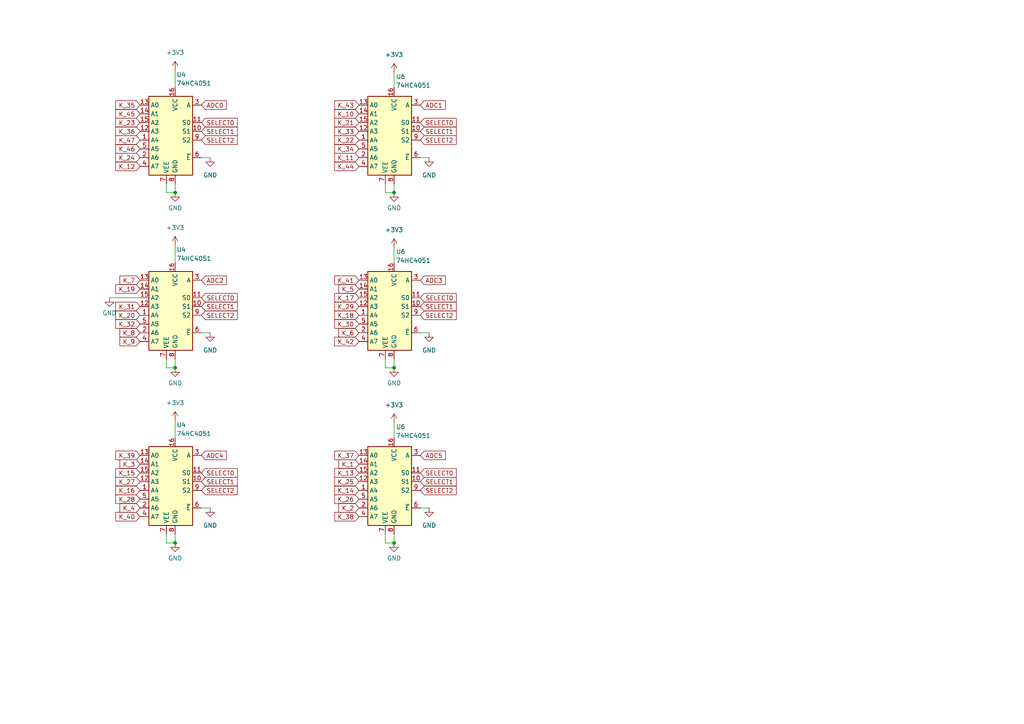
<source format=kicad_sch>
(kicad_sch (version 20230121) (generator eeschema)
  (paper "A4")
  (lib_symbols
    (symbol "74xx:74HC4051"
      (property "Reference" "U" (at -5.08 11.43 0))
      (property "Value" "74HC4051" (at -7.62 -13.97 0))
      (symbol "74HC4051_0_1"
        (rectangle (start -5.08 10.16) (end 7.62 -12.7) (stroke (width 0.254)) (fill (type background)))
      )
      (symbol "74HC4051_1_1"
        (pin passive line (at 10.16 -2.54 180) (length 2.54) (name "A4") (number "1"))
        (pin input line (at -7.62 0 0) (length 2.54) (name "S1") (number "10"))
        (pin input line (at -7.62 2.54 0) (length 2.54) (name "S0") (number "11"))
        (pin passive line (at 10.16 0 180) (length 2.54) (name "A3") (number "12"))
        (pin passive line (at 10.16 7.62 180) (length 2.54) (name "A0") (number "13"))
        (pin passive line (at 10.16 5.08 180) (length 2.54) (name "A1") (number "14"))
        (pin passive line (at 10.16 2.54 180) (length 2.54) (name "A2") (number "15"))
        (pin power_in line (at 0 12.7 270) (length 2.54) (name "VCC") (number "16"))
        (pin passive line (at 10.16 -7.62 180) (length 2.54) (name "A6") (number "2"))
        (pin passive line (at -7.62 7.62 0) (length 2.54) (name "A") (number "3"))
        (pin passive line (at 10.16 -10.16 180) (length 2.54) (name "A7") (number "4"))
        (pin passive line (at 10.16 -5.08 180) (length 2.54) (name "A5") (number "5"))
        (pin input line (at -7.62 -7.62 0) (length 2.54) (name "~{E}") (number "6"))
        (pin power_in line (at 2.54 -15.24 90) (length 2.54) (name "VEE") (number "7"))
        (pin power_in line (at 0 -15.24 90) (length 2.54) (name "GND") (number "8"))
        (pin input line (at -7.62 -2.54 0) (length 2.54) (name "S2") (number "9"))
      )
    )
    (symbol "power:+3V3" (power) (pin_names (offset 0))
      (property "Value" "+3V3" (at 0 3.556 0))
      (symbol "+3V3_0_1"
        (polyline (pts (xy -0.762 1.27) (xy 0 2.54)))
        (polyline (pts (xy 0 0) (xy 0 2.54)))
        (polyline (pts (xy 0 2.54) (xy 0.762 1.27)))
      )
      (symbol "+3V3_1_1"
        (pin power_in line (at 0 0 90) (length 0) hide (name "+3V3") (number "1"))
      )
    )
    (symbol "power:GND" (power) (pin_names (offset 0))
      (property "Value" "GND" (at 0 -3.81 0))
      (symbol "GND_0_1"
        (polyline (pts (xy 0 0) (xy 0 -1.27) (xy 1.27 -1.27) (xy 0 -2.54) (xy -1.27 -1.27) (xy 0 -1.27)))
      )
      (symbol "GND_1_1"
        (pin power_in line (at 0 0 270) (length 0) hide (name "GND") (number "1"))
      )
    )
  )
  (junction (at 114.3 55.88))
  (junction (at 50.8 55.88))
  (junction (at 114.3 157.48))
  (junction (at 50.8 106.68))
  (junction (at 50.8 157.48))
  (junction (at 114.3 106.68))
  (wire (pts (xy 50.8 53.34) (xy 50.8 55.88)))
  (wire (pts (xy 48.26 53.34) (xy 48.26 55.88)))
  (wire (pts (xy 60.96 147.32) (xy 58.42 147.32)))
  (wire (pts (xy 111.76 53.34) (xy 111.76 55.88)))
  (wire (pts (xy 60.96 45.72) (xy 58.42 45.72)))
  (wire (pts (xy 31.75 86.36) (xy 40.64 86.36)))
  (wire (pts (xy 48.26 157.48) (xy 50.8 157.48)))
  (wire (pts (xy 50.8 104.14) (xy 50.8 106.68)))
  (wire (pts (xy 111.76 106.68) (xy 114.3 106.68)))
  (wire (pts (xy 114.3 122.555) (xy 114.3 127)))
  (wire (pts (xy 48.26 154.94) (xy 48.26 157.48)))
  (wire (pts (xy 114.3 53.34) (xy 114.3 55.88)))
  (wire (pts (xy 114.3 71.755) (xy 114.3 76.2)))
  (wire (pts (xy 124.46 96.52) (xy 121.92 96.52)))
  (wire (pts (xy 111.76 157.48) (xy 114.3 157.48)))
  (wire (pts (xy 114.3 20.955) (xy 114.3 25.4)))
  (wire (pts (xy 48.26 106.68) (xy 50.8 106.68)))
  (wire (pts (xy 111.76 55.88) (xy 114.3 55.88)))
  (wire (pts (xy 111.76 154.94) (xy 111.76 157.48)))
  (wire (pts (xy 50.8 71.12) (xy 50.8 76.2)))
  (wire (pts (xy 48.26 104.14) (xy 48.26 106.68)))
  (wire (pts (xy 48.26 55.88) (xy 50.8 55.88)))
  (wire (pts (xy 50.8 20.32) (xy 50.8 25.4)))
  (wire (pts (xy 50.8 121.92) (xy 50.8 127)))
  (wire (pts (xy 124.46 45.72) (xy 121.92 45.72)))
  (wire (pts (xy 114.3 104.14) (xy 114.3 106.68)))
  (wire (pts (xy 111.76 104.14) (xy 111.76 106.68)))
  (wire (pts (xy 114.3 154.94) (xy 114.3 157.48)))
  (wire (pts (xy 50.8 154.94) (xy 50.8 157.48)))
  (wire (pts (xy 124.46 147.32) (xy 121.92 147.32)))
  (wire (pts (xy 60.96 96.52) (xy 58.42 96.52)))
  (global_label "SELECT0" (shape input) (at 121.92 86.36 0) (property "Intersheetrefs" "${INTERSHEET_REFS}" (effects hide)))
  (global_label "K_9" (shape input) (at 40.64 99.06 180) (property "Intersheetrefs" "${INTERSHEET_REFS}" (effects hide)))
  (global_label "K_29" (shape input) (at 104.14 88.9 180) (property "Intersheetrefs" "${INTERSHEET_REFS}" (effects hide)))
  (global_label "ADC4" (shape input) (at 58.42 132.08 0) (property "Intersheetrefs" "${INTERSHEET_REFS}" (effects hide)))
  (global_label "K_31" (shape input) (at 40.64 88.9 180) (property "Intersheetrefs" "${INTERSHEET_REFS}" (effects hide)))
  (global_label "ADC1" (shape input) (at 121.92 30.48 0) (property "Intersheetrefs" "${INTERSHEET_REFS}" (effects hide)))
  (global_label "K_44" (shape input) (at 104.14 48.26 180) (property "Intersheetrefs" "${INTERSHEET_REFS}" (effects hide)))
  (global_label "K_27" (shape input) (at 40.64 139.7 180) (property "Intersheetrefs" "${INTERSHEET_REFS}" (effects hide)))
  (global_label "K_4" (shape input) (at 40.64 147.32 180) (property "Intersheetrefs" "${INTERSHEET_REFS}" (effects hide)))
  (global_label "K_24" (shape input) (at 40.64 45.72 180) (property "Intersheetrefs" "${INTERSHEET_REFS}" (effects hide)))
  (global_label "K_21" (shape input) (at 104.14 35.56 180) (property "Intersheetrefs" "${INTERSHEET_REFS}" (effects hide)))
  (global_label "SELECT1" (shape input) (at 121.92 38.1 0) (property "Intersheetrefs" "${INTERSHEET_REFS}" (effects hide)))
  (global_label "K_41" (shape input) (at 104.14 81.28 180) (property "Intersheetrefs" "${INTERSHEET_REFS}" (effects hide)))
  (global_label "K_39" (shape input) (at 40.64 132.08 180) (property "Intersheetrefs" "${INTERSHEET_REFS}" (effects hide)))
  (global_label "K_25" (shape input) (at 104.14 139.7 180) (property "Intersheetrefs" "${INTERSHEET_REFS}" (effects hide)))
  (global_label "K_47" (shape input) (at 40.64 40.64 180) (property "Intersheetrefs" "${INTERSHEET_REFS}" (effects hide)))
  (global_label "K_23" (shape input) (at 40.64 35.56 180) (property "Intersheetrefs" "${INTERSHEET_REFS}" (effects hide)))
  (global_label "SELECT0" (shape input) (at 121.92 137.16 0) (property "Intersheetrefs" "${INTERSHEET_REFS}" (effects hide)))
  (global_label "K_22" (shape input) (at 104.14 40.64 180) (property "Intersheetrefs" "${INTERSHEET_REFS}" (effects hide)))
  (global_label "SELECT1" (shape input) (at 58.42 38.1 0) (property "Intersheetrefs" "${INTERSHEET_REFS}" (effects hide)))
  (global_label "K_2" (shape input) (at 104.14 147.32 180) (property "Intersheetrefs" "${INTERSHEET_REFS}" (effects hide)))
  (global_label "K_16" (shape input) (at 40.64 142.24 180) (property "Intersheetrefs" "${INTERSHEET_REFS}" (effects hide)))
  (global_label "K_26" (shape input) (at 104.14 144.78 180) (property "Intersheetrefs" "${INTERSHEET_REFS}" (effects hide)))
  (global_label "SELECT2" (shape input) (at 58.42 40.64 0) (property "Intersheetrefs" "${INTERSHEET_REFS}" (effects hide)))
  (global_label "K_43" (shape input) (at 104.14 30.48 180) (property "Intersheetrefs" "${INTERSHEET_REFS}" (effects hide)))
  (global_label "K_30" (shape input) (at 104.14 93.98 180) (property "Intersheetrefs" "${INTERSHEET_REFS}" (effects hide)))
  (global_label "K_45" (shape input) (at 40.64 33.02 180) (property "Intersheetrefs" "${INTERSHEET_REFS}" (effects hide)))
  (global_label "ADC0" (shape input) (at 58.42 30.48 0) (property "Intersheetrefs" "${INTERSHEET_REFS}" (effects hide)))
  (global_label "K_42" (shape input) (at 104.14 99.06 180) (property "Intersheetrefs" "${INTERSHEET_REFS}" (effects hide)))
  (global_label "K_36" (shape input) (at 40.64 38.1 180) (property "Intersheetrefs" "${INTERSHEET_REFS}" (effects hide)))
  (global_label "K_37" (shape input) (at 104.14 132.08 180) (property "Intersheetrefs" "${INTERSHEET_REFS}" (effects hide)))
  (global_label "SELECT2" (shape input) (at 121.92 40.64 0) (property "Intersheetrefs" "${INTERSHEET_REFS}" (effects hide)))
  (global_label "SELECT2" (shape input) (at 121.92 91.44 0) (property "Intersheetrefs" "${INTERSHEET_REFS}" (effects hide)))
  (global_label "K_40" (shape input) (at 40.64 149.86 180) (property "Intersheetrefs" "${INTERSHEET_REFS}" (effects hide)))
  (global_label "K_14" (shape input) (at 104.14 142.24 180) (property "Intersheetrefs" "${INTERSHEET_REFS}" (effects hide)))
  (global_label "K_3" (shape input) (at 40.64 134.62 180) (property "Intersheetrefs" "${INTERSHEET_REFS}" (effects hide)))
  (global_label "K_13" (shape input) (at 104.14 137.16 180) (property "Intersheetrefs" "${INTERSHEET_REFS}" (effects hide)))
  (global_label "K_12" (shape input) (at 40.64 48.26 180) (property "Intersheetrefs" "${INTERSHEET_REFS}" (effects hide)))
  (global_label "K_11" (shape input) (at 104.14 45.72 180) (property "Intersheetrefs" "${INTERSHEET_REFS}" (effects hide)))
  (global_label "ADC2" (shape input) (at 58.42 81.28 0) (property "Intersheetrefs" "${INTERSHEET_REFS}" (effects hide)))
  (global_label "K_32" (shape input) (at 40.64 93.98 180) (property "Intersheetrefs" "${INTERSHEET_REFS}" (effects hide)))
  (global_label "SELECT2" (shape input) (at 121.92 142.24 0) (property "Intersheetrefs" "${INTERSHEET_REFS}" (effects hide)))
  (global_label "K_15" (shape input) (at 40.64 137.16 180) (property "Intersheetrefs" "${INTERSHEET_REFS}" (effects hide)))
  (global_label "K_28" (shape input) (at 40.64 144.78 180) (property "Intersheetrefs" "${INTERSHEET_REFS}" (effects hide)))
  (global_label "SELECT1" (shape input) (at 121.92 88.9 0) (property "Intersheetrefs" "${INTERSHEET_REFS}" (effects hide)))
  (global_label "K_34" (shape input) (at 104.14 43.18 180) (property "Intersheetrefs" "${INTERSHEET_REFS}" (effects hide)))
  (global_label "SELECT0" (shape input) (at 58.42 86.36 0) (property "Intersheetrefs" "${INTERSHEET_REFS}" (effects hide)))
  (global_label "K_33" (shape input) (at 104.14 38.1 180) (property "Intersheetrefs" "${INTERSHEET_REFS}" (effects hide)))
  (global_label "K_19" (shape input) (at 40.64 83.82 180) (property "Intersheetrefs" "${INTERSHEET_REFS}" (effects hide)))
  (global_label "SELECT0" (shape input) (at 121.92 35.56 0) (property "Intersheetrefs" "${INTERSHEET_REFS}" (effects hide)))
  (global_label "K_20" (shape input) (at 40.64 91.44 180) (property "Intersheetrefs" "${INTERSHEET_REFS}" (effects hide)))
  (global_label "SELECT1" (shape input) (at 121.92 139.7 0) (property "Intersheetrefs" "${INTERSHEET_REFS}" (effects hide)))
  (global_label "SELECT0" (shape input) (at 58.42 137.16 0) (property "Intersheetrefs" "${INTERSHEET_REFS}" (effects hide)))
  (global_label "K_1" (shape input) (at 104.14 134.62 180) (property "Intersheetrefs" "${INTERSHEET_REFS}" (effects hide)))
  (global_label "SELECT1" (shape input) (at 58.42 88.9 0) (property "Intersheetrefs" "${INTERSHEET_REFS}" (effects hide)))
  (global_label "ADC5" (shape input) (at 121.92 132.08 0) (property "Intersheetrefs" "${INTERSHEET_REFS}" (effects hide)))
  (global_label "K_17" (shape input) (at 104.14 86.36 180) (property "Intersheetrefs" "${INTERSHEET_REFS}" (effects hide)))
  (global_label "K_46" (shape input) (at 40.64 43.18 180) (property "Intersheetrefs" "${INTERSHEET_REFS}" (effects hide)))
  (global_label "K_18" (shape input) (at 104.14 91.44 180) (property "Intersheetrefs" "${INTERSHEET_REFS}" (effects hide)))
  (global_label "SELECT0" (shape input) (at 58.42 35.56 0) (property "Intersheetrefs" "${INTERSHEET_REFS}" (effects hide)))
  (global_label "K_8" (shape input) (at 40.64 96.52 180) (property "Intersheetrefs" "${INTERSHEET_REFS}" (effects hide)))
  (global_label "K_10" (shape input) (at 104.14 33.02 180) (property "Intersheetrefs" "${INTERSHEET_REFS}" (effects hide)))
  (global_label "K_38" (shape input) (at 104.14 149.86 180) (property "Intersheetrefs" "${INTERSHEET_REFS}" (effects hide)))
  (global_label "SELECT1" (shape input) (at 58.42 139.7 0) (property "Intersheetrefs" "${INTERSHEET_REFS}" (effects hide)))
  (global_label "ADC3" (shape input) (at 121.92 81.28 0) (property "Intersheetrefs" "${INTERSHEET_REFS}" (effects hide)))
  (global_label "K_5" (shape input) (at 104.14 83.82 180) (property "Intersheetrefs" "${INTERSHEET_REFS}" (effects hide)))
  (global_label "K_6" (shape input) (at 104.14 96.52 180) (property "Intersheetrefs" "${INTERSHEET_REFS}" (effects hide)))
  (global_label "K_35" (shape input) (at 40.64 30.48 180) (property "Intersheetrefs" "${INTERSHEET_REFS}" (effects hide)))
  (global_label "K_7" (shape input) (at 40.64 81.28 180) (property "Intersheetrefs" "${INTERSHEET_REFS}" (effects hide)))
  (global_label "SELECT2" (shape input) (at 58.42 142.24 0) (property "Intersheetrefs" "${INTERSHEET_REFS}" (effects hide)))
  (global_label "SELECT2" (shape input) (at 58.42 91.44 0) (property "Intersheetrefs" "${INTERSHEET_REFS}" (effects hide)))
  (symbol (lib_id "74xx:74HC4051") (at 50.8 38.1 0) (mirror y) (unit 1)
    (property "Reference" "U4" (at 51.2016 21.6394 0) (effects (justify right)))
    (property "Value" "74HC4051" (at 51.2016 24.1794 0) (effects (justify right)))
    (property "Footprint" "cipulot_parts:TSSOP16" (effects hide))
    (property "Datasheet" "http://www.ti.com/lit/ds/symlink/cd74hc4051.pdf" (effects hide))
    (instances (project "vanagon topre" (path "" (reference "U4") (unit 1))) (project "Analog" (path "" (reference "U4") (unit 1))) (project "travaulta prototype" (path "" (reference "U4") (unit 1))) (project "vootington VAN" (path "" (reference "U51") (unit 1))))
  )
  (symbol (lib_id "power:GND") (at 60.96 96.52 0) (mirror y) (unit 1)
    (property "Reference" "#PWR04" (effects hide))
    (property "Value" "GND" (at 60.96 101.6 0))
    (instances (project "hall" (path "" (reference "#PWR04") (unit 1))) (project "vootington VAN" (path "" (reference "#PWR065") (unit 1))) (project "daughterboard" (path "" (reference "#PWR08") (unit 1))))
  )
  (symbol (lib_id "power:+3V3") (at 50.8 71.12 0) (unit 1)
    (property "Reference" "#PWR09" (effects hide))
    (property "Value" "+3V3" (at 50.8 66.04 0))
    (instances (project "vanagon topre" (path "" (reference "#PWR09") (unit 1))) (project "Analog" (path "" (reference "#PWR0138") (unit 1))) (project "travaulta prototype" (path "" (reference "#PWR0138") (unit 1))) (project "vootington VAN" (path "" (reference "#PWR062") (unit 1))))
  )
  (symbol (lib_id "power:+3V3") (at 114.3 71.755 0) (unit 1)
    (property "Reference" "#PWR040" (effects hide))
    (property "Value" "+3V3" (at 114.3 66.675 0))
    (instances (project "vanagon topre" (path "" (reference "#PWR040") (unit 1))) (project "Analog" (path "" (reference "#PWR0137") (unit 1))) (project "travaulta prototype" (path "" (reference "#PWR0137") (unit 1))) (project "vootington VAN" (path "" (reference "#PWR063") (unit 1))))
  )
  (symbol (lib_id "74xx:74HC4051") (at 50.8 88.9 0) (mirror y) (unit 1)
    (property "Reference" "U4" (at 51.2016 72.4394 0) (effects (justify right)))
    (property "Value" "74HC4051" (at 51.2016 74.9794 0) (effects (justify right)))
    (property "Footprint" "cipulot_parts:TSSOP16" (effects hide))
    (property "Datasheet" "http://www.ti.com/lit/ds/symlink/cd74hc4051.pdf" (effects hide))
    (instances (project "vanagon topre" (path "" (reference "U4") (unit 1))) (project "Analog" (path "" (reference "U4") (unit 1))) (project "travaulta prototype" (path "" (reference "U4") (unit 1))) (project "vootington VAN" (path "" (reference "U54") (unit 1))))
  )
  (symbol (lib_id "74xx:74HC4051") (at 114.3 139.7 0) (mirror y) (unit 1)
    (property "Reference" "U6" (at 114.8206 123.825 0) (effects (justify right)))
    (property "Value" "74HC4051" (at 114.8206 126.365 0) (effects (justify right)))
    (property "Footprint" "cipulot_parts:TSSOP16" (effects hide))
    (property "Datasheet" "http://www.ti.com/lit/ds/symlink/cd74hc4051.pdf" (effects hide))
    (instances (project "vanagon topre" (path "" (reference "U6") (unit 1))) (project "Analog" (path "" (reference "U3") (unit 1))) (project "travaulta prototype" (path "" (reference "U3") (unit 1))) (project "vootington VAN" (path "" (reference "U57") (unit 1))))
  )
  (symbol (lib_id "power:GND") (at 50.8 157.48 0) (unit 1)
    (property "Reference" "#PWR026" (effects hide))
    (property "Value" "GND" (at 50.8 161.925 0))
    (instances (project "vanagon topre" (path "" (reference "#PWR026") (unit 1))) (project "Analog" (path "" (reference "#PWR0136") (unit 1))) (project "travaulta prototype" (path "" (reference "#PWR0136") (unit 1))) (project "vootington VAN" (path "" (reference "#PWR081") (unit 1))))
  )
  (symbol (lib_id "power:GND") (at 60.96 147.32 0) (mirror y) (unit 1)
    (property "Reference" "#PWR04" (effects hide))
    (property "Value" "GND" (at 60.96 152.4 0))
    (instances (project "hall" (path "" (reference "#PWR04") (unit 1))) (project "vootington VAN" (path "" (reference "#PWR067") (unit 1))) (project "daughterboard" (path "" (reference "#PWR08") (unit 1))))
  )
  (symbol (lib_id "74xx:74HC4051") (at 114.3 88.9 0) (mirror y) (unit 1)
    (property "Reference" "U6" (at 114.8206 73.025 0) (effects (justify right)))
    (property "Value" "74HC4051" (at 114.8206 75.565 0) (effects (justify right)))
    (property "Footprint" "cipulot_parts:TSSOP16" (effects hide))
    (property "Datasheet" "http://www.ti.com/lit/ds/symlink/cd74hc4051.pdf" (effects hide))
    (instances (project "vanagon topre" (path "" (reference "U6") (unit 1))) (project "Analog" (path "" (reference "U3") (unit 1))) (project "travaulta prototype" (path "" (reference "U3") (unit 1))) (project "vootington VAN" (path "" (reference "U55") (unit 1))))
  )
  (symbol (lib_id "power:+3V3") (at 114.3 20.955 0) (unit 1)
    (property "Reference" "#PWR040" (effects hide))
    (property "Value" "+3V3" (at 114.3 15.875 0))
    (instances (project "vanagon topre" (path "" (reference "#PWR040") (unit 1))) (project "Analog" (path "" (reference "#PWR0137") (unit 1))) (project "travaulta prototype" (path "" (reference "#PWR0137") (unit 1))) (project "vootington VAN" (path "" (reference "#PWR055") (unit 1))))
  )
  (symbol (lib_id "power:GND") (at 114.3 55.88 0) (unit 1)
    (property "Reference" "#PWR044" (effects hide))
    (property "Value" "GND" (at 114.3 60.325 0))
    (instances (project "vanagon topre" (path "" (reference "#PWR044") (unit 1))) (project "Analog" (path "" (reference "#PWR0134") (unit 1))) (project "travaulta prototype" (path "" (reference "#PWR0134") (unit 1))) (project "vootington VAN" (path "" (reference "#PWR059") (unit 1))))
  )
  (symbol (lib_id "power:GND") (at 124.46 147.32 0) (mirror y) (unit 1)
    (property "Reference" "#PWR04" (effects hide))
    (property "Value" "GND" (at 124.46 152.4 0))
    (instances (project "hall" (path "" (reference "#PWR04") (unit 1))) (project "vootington VAN" (path "" (reference "#PWR078") (unit 1))) (project "daughterboard" (path "" (reference "#PWR08") (unit 1))))
  )
  (symbol (lib_id "power:GND") (at 60.96 45.72 0) (mirror y) (unit 1)
    (property "Reference" "#PWR04" (effects hide))
    (property "Value" "GND" (at 60.96 50.8 0))
    (instances (project "hall" (path "" (reference "#PWR04") (unit 1))) (project "vootington VAN" (path "" (reference "#PWR021") (unit 1))) (project "daughterboard" (path "" (reference "#PWR08") (unit 1))))
  )
  (symbol (lib_id "power:GND") (at 114.3 157.48 0) (unit 1)
    (property "Reference" "#PWR044" (effects hide))
    (property "Value" "GND" (at 114.3 161.925 0))
    (instances (project "vanagon topre" (path "" (reference "#PWR044") (unit 1))) (project "Analog" (path "" (reference "#PWR0134") (unit 1))) (project "travaulta prototype" (path "" (reference "#PWR0134") (unit 1))) (project "vootington VAN" (path "" (reference "#PWR083") (unit 1))))
  )
  (symbol (lib_id "power:+3V3") (at 50.8 121.92 0) (unit 1)
    (property "Reference" "#PWR09" (effects hide))
    (property "Value" "+3V3" (at 50.8 116.84 0))
    (instances (project "vanagon topre" (path "" (reference "#PWR09") (unit 1))) (project "Analog" (path "" (reference "#PWR0138") (unit 1))) (project "travaulta prototype" (path "" (reference "#PWR0138") (unit 1))) (project "vootington VAN" (path "" (reference "#PWR076") (unit 1))))
  )
  (symbol (lib_id "74xx:74HC4051") (at 114.3 38.1 0) (mirror y) (unit 1)
    (property "Reference" "U6" (at 114.8206 22.225 0) (effects (justify right)))
    (property "Value" "74HC4051" (at 114.8206 24.765 0) (effects (justify right)))
    (property "Footprint" "cipulot_parts:TSSOP16" (effects hide))
    (property "Datasheet" "http://www.ti.com/lit/ds/symlink/cd74hc4051.pdf" (effects hide))
    (instances (project "vanagon topre" (path "" (reference "U6") (unit 1))) (project "Analog" (path "" (reference "U3") (unit 1))) (project "travaulta prototype" (path "" (reference "U3") (unit 1))) (project "vootington VAN" (path "" (reference "U53") (unit 1))))
  )
  (symbol (lib_id "power:GND") (at 124.46 96.52 0) (mirror y) (unit 1)
    (property "Reference" "#PWR04" (effects hide))
    (property "Value" "GND" (at 124.46 101.6 0))
    (instances (project "hall" (path "" (reference "#PWR04") (unit 1))) (project "vootington VAN" (path "" (reference "#PWR057") (unit 1))) (project "daughterboard" (path "" (reference "#PWR08") (unit 1))))
  )
  (symbol (lib_id "power:GND") (at 50.8 55.88 0) (unit 1)
    (property "Reference" "#PWR026" (effects hide))
    (property "Value" "GND" (at 50.8 60.325 0))
    (instances (project "vanagon topre" (path "" (reference "#PWR026") (unit 1))) (project "Analog" (path "" (reference "#PWR0136") (unit 1))) (project "travaulta prototype" (path "" (reference "#PWR0136") (unit 1))) (project "vootington VAN" (path "" (reference "#PWR044") (unit 1))))
  )
  (symbol (lib_id "74xx:74HC4051") (at 50.8 139.7 0) (mirror y) (unit 1)
    (property "Reference" "U4" (at 51.2016 123.2394 0) (effects (justify right)))
    (property "Value" "74HC4051" (at 51.2016 125.7794 0) (effects (justify right)))
    (property "Footprint" "cipulot_parts:TSSOP16" (effects hide))
    (property "Datasheet" "http://www.ti.com/lit/ds/symlink/cd74hc4051.pdf" (effects hide))
    (instances (project "vanagon topre" (path "" (reference "U4") (unit 1))) (project "Analog" (path "" (reference "U4") (unit 1))) (project "travaulta prototype" (path "" (reference "U4") (unit 1))) (project "vootington VAN" (path "" (reference "U56") (unit 1))))
  )
  (symbol (lib_id "power:GND") (at 114.3 106.68 0) (unit 1)
    (property "Reference" "#PWR044" (effects hide))
    (property "Value" "GND" (at 114.3 111.125 0))
    (instances (project "vanagon topre" (path "" (reference "#PWR044") (unit 1))) (project "Analog" (path "" (reference "#PWR0134") (unit 1))) (project "travaulta prototype" (path "" (reference "#PWR0134") (unit 1))) (project "vootington VAN" (path "" (reference "#PWR075") (unit 1))))
  )
  (symbol (lib_id "power:+3V3") (at 114.3 122.555 0) (unit 1)
    (property "Reference" "#PWR040" (effects hide))
    (property "Value" "+3V3" (at 114.3 117.475 0))
    (instances (project "vanagon topre" (path "" (reference "#PWR040") (unit 1))) (project "Analog" (path "" (reference "#PWR0137") (unit 1))) (project "travaulta prototype" (path "" (reference "#PWR0137") (unit 1))) (project "vootington VAN" (path "" (reference "#PWR077") (unit 1))))
  )
  (symbol (lib_id "power:GND") (at 31.75 86.36 0) (unit 1)
    (property "Reference" "#PWR026" (effects hide))
    (property "Value" "GND" (at 31.75 90.805 0))
    (instances (project "vanagon topre" (path "" (reference "#PWR026") (unit 1))) (project "Analog" (path "" (reference "#PWR0136") (unit 1))) (project "travaulta prototype" (path "" (reference "#PWR0136") (unit 1))) (project "vootington VAN" (path "" (reference "#PWR085") (unit 1))))
  )
  (symbol (lib_id "power:GND") (at 124.46 45.72 0) (mirror y) (unit 1)
    (property "Reference" "#PWR04" (effects hide))
    (property "Value" "GND" (at 124.46 50.8 0))
    (instances (project "hall" (path "" (reference "#PWR04") (unit 1))) (project "vootington VAN" (path "" (reference "#PWR040") (unit 1))) (project "daughterboard" (path "" (reference "#PWR08") (unit 1))))
  )
  (symbol (lib_id "power:GND") (at 50.8 106.68 0) (unit 1)
    (property "Reference" "#PWR026" (effects hide))
    (property "Value" "GND" (at 50.8 111.125 0))
    (instances (project "vanagon topre" (path "" (reference "#PWR026") (unit 1))) (project "Analog" (path "" (reference "#PWR0136") (unit 1))) (project "travaulta prototype" (path "" (reference "#PWR0136") (unit 1))) (project "vootington VAN" (path "" (reference "#PWR074") (unit 1))))
  )
  (symbol (lib_id "power:+3V3") (at 50.8 20.32 0) (unit 1)
    (property "Reference" "#PWR09" (effects hide))
    (property "Value" "+3V3" (at 50.8 15.24 0))
    (instances (project "vanagon topre" (path "" (reference "#PWR09") (unit 1))) (project "Analog" (path "" (reference "#PWR0138") (unit 1))) (project "travaulta prototype" (path "" (reference "#PWR0138") (unit 1))) (project "vootington VAN" (path "" (reference "#PWR039") (unit 1))))
  )
)
</source>
